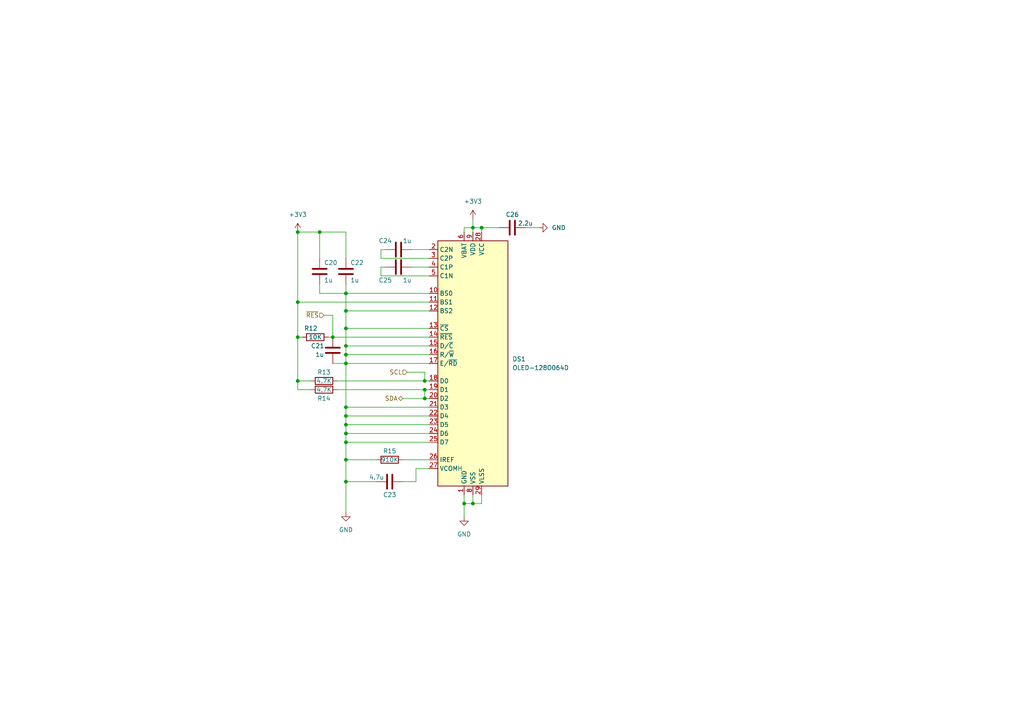
<source format=kicad_sch>
(kicad_sch (version 20211123) (generator eeschema)
  (paper "A4")
  (lib_symbols
    (symbol "Device:C" (pin_numbers hide) (pin_names (offset 0.254))
      (property "Reference" "C" (at 0.635 2.54 0))
      (property "Value" "C" (at 0.635 -2.54 0))
      (symbol "C_0_1"
        (polyline (pts (xy -2.032 -0.762) (xy 2.032 -0.762)) (stroke (width 0.508)))
        (polyline (pts (xy -2.032 0.762) (xy 2.032 0.762)) (stroke (width 0.508)))
      )
      (symbol "C_1_1"
        (pin passive line (at 0 3.81 270) (length 2.794) (name "~") (number "1"))
        (pin passive line (at 0 -3.81 90) (length 2.794) (name "~") (number "2"))
      )
    )
    (symbol "Device:R" (pin_numbers hide) (pin_names (offset 0))
      (property "Reference" "R" (at 2.032 0 90))
      (property "Value" "R" (at 0 0 90))
      (symbol "R_0_1"
        (rectangle (start -1.016 -2.54) (end 1.016 2.54) (stroke (width 0.254)))
      )
      (symbol "R_1_1"
        (pin passive line (at 0 3.81 270) (length 1.27) (name "~") (number "1"))
        (pin passive line (at 0 -3.81 90) (length 1.27) (name "~") (number "2"))
      )
    )
    (symbol "Display_Graphic:OLED-128O064D"
      (property "Reference" "DS" (at -10.16 38.1 0))
      (property "Value" "OLED-128O064D" (at 12.7 38.1 0))
      (symbol "OLED-128O064D_0_1"
        (rectangle (start -10.16 35.56) (end 10.16 -35.56) (stroke (width 0.254)) (fill (type background)))
      )
      (symbol "OLED-128O064D_1_1"
        (pin power_in line (at -2.54 -38.1 90) (length 2.54) (name "GND") (number "1"))
        (pin input line (at -12.7 20.32 0) (length 2.54) (name "BS0") (number "10"))
        (pin input line (at -12.7 17.78 0) (length 2.54) (name "BS1") (number "11"))
        (pin input line (at -12.7 15.24 0) (length 2.54) (name "BS2") (number "12"))
        (pin input line (at -12.7 10.16 0) (length 2.54) (name "~{CS}") (number "13"))
        (pin input line (at -12.7 7.62 0) (length 2.54) (name "~{RES}") (number "14"))
        (pin input line (at -12.7 5.08 0) (length 2.54) (name "D/~{C}") (number "15"))
        (pin input line (at -12.7 2.54 0) (length 2.54) (name "R/~{W}") (number "16"))
        (pin input line (at -12.7 0 0) (length 2.54) (name "E/~{RD}") (number "17"))
        (pin bidirectional line (at -12.7 -5.08 0) (length 2.54) (name "D0") (number "18"))
        (pin bidirectional line (at -12.7 -7.62 0) (length 2.54) (name "D1") (number "19"))
        (pin passive line (at -12.7 33.02 0) (length 2.54) (name "C2N") (number "2"))
        (pin bidirectional line (at -12.7 -10.16 0) (length 2.54) (name "D2") (number "20"))
        (pin bidirectional line (at -12.7 -12.7 0) (length 2.54) (name "D3") (number "21"))
        (pin bidirectional line (at -12.7 -15.24 0) (length 2.54) (name "D4") (number "22"))
        (pin bidirectional line (at -12.7 -17.78 0) (length 2.54) (name "D5") (number "23"))
        (pin bidirectional line (at -12.7 -20.32 0) (length 2.54) (name "D6") (number "24"))
        (pin bidirectional line (at -12.7 -22.86 0) (length 2.54) (name "D7") (number "25"))
        (pin passive line (at -12.7 -27.94 0) (length 2.54) (name "IREF") (number "26"))
        (pin passive line (at -12.7 -30.48 0) (length 2.54) (name "VCOMH") (number "27"))
        (pin power_in line (at 2.54 38.1 270) (length 2.54) (name "VCC") (number "28"))
        (pin power_in line (at 2.54 -38.1 90) (length 2.54) (name "VLSS") (number "29"))
        (pin passive line (at -12.7 30.48 0) (length 2.54) (name "C2P") (number "3"))
        (pin passive line (at -2.54 -38.1 90) (length 2.54) hide (name "GND") (number "30"))
        (pin passive line (at -12.7 27.94 0) (length 2.54) (name "C1P") (number "4"))
        (pin passive line (at -12.7 25.4 0) (length 2.54) (name "C1N") (number "5"))
        (pin power_in line (at -2.54 38.1 270) (length 2.54) (name "VBAT") (number "6"))
        (pin no_connect line (at 10.16 0 180) (length 2.54) hide (name "NC") (number "7"))
        (pin power_in line (at 0 -38.1 90) (length 2.54) (name "VSS") (number "8"))
        (pin power_in line (at 0 38.1 270) (length 2.54) (name "VDD") (number "9"))
      )
    )
    (symbol "power:+3V3" (power) (pin_names (offset 0))
      (property "Value" "+3V3" (at 0 3.556 0))
      (symbol "+3V3_0_1"
        (polyline (pts (xy -0.762 1.27) (xy 0 2.54)))
        (polyline (pts (xy 0 0) (xy 0 2.54)))
        (polyline (pts (xy 0 2.54) (xy 0.762 1.27)))
      )
      (symbol "+3V3_1_1"
        (pin power_in line (at 0 0 90) (length 0) hide (name "+3V3") (number "1"))
      )
    )
    (symbol "power:GND" (power) (pin_names (offset 0))
      (property "Value" "GND" (at 0 -3.81 0))
      (symbol "GND_0_1"
        (polyline (pts (xy 0 0) (xy 0 -1.27) (xy 1.27 -1.27) (xy 0 -2.54) (xy -1.27 -1.27) (xy 0 -1.27)))
      )
      (symbol "GND_1_1"
        (pin power_in line (at 0 0 270) (length 0) hide (name "GND") (number "1"))
      )
    )
  )
  (junction (at 100.33 95.25))
  (junction (at 100.33 100.33))
  (junction (at 96.52 97.79))
  (junction (at 86.36 110.49))
  (junction (at 137.16 146.05))
  (junction (at 100.33 102.87))
  (junction (at 100.33 85.09))
  (junction (at 100.33 90.17))
  (junction (at 100.33 133.35))
  (junction (at 134.62 146.05))
  (junction (at 123.19 113.03))
  (junction (at 100.33 125.73))
  (junction (at 100.33 128.27))
  (junction (at 86.36 67.31))
  (junction (at 139.7 66.04))
  (junction (at 100.33 120.65))
  (junction (at 137.16 66.04))
  (junction (at 100.33 105.41))
  (junction (at 86.36 97.79))
  (junction (at 100.33 139.7))
  (junction (at 92.71 67.31))
  (junction (at 100.33 118.11))
  (junction (at 123.19 115.57))
  (junction (at 123.19 110.49))
  (junction (at 86.36 87.63))
  (junction (at 100.33 123.19))
  (wire (pts (xy 100.33 118.11) (xy 100.33 105.41)))
  (wire (pts (xy 86.36 87.63) (xy 86.36 67.31)))
  (wire (pts (xy 124.46 105.41) (xy 100.33 105.41)))
  (wire (pts (xy 124.46 87.63) (xy 86.36 87.63)))
  (wire (pts (xy 124.46 118.11) (xy 100.33 118.11)))
  (wire (pts (xy 100.33 123.19) (xy 100.33 120.65)))
  (wire (pts (xy 93.98 91.44) (xy 96.52 91.44)))
  (wire (pts (xy 100.33 105.41) (xy 100.33 102.87)))
  (wire (pts (xy 92.71 67.31) (xy 92.71 74.93)))
  (wire (pts (xy 137.16 63.5) (xy 137.16 66.04)))
  (wire (pts (xy 97.79 113.03) (xy 123.19 113.03)))
  (wire (pts (xy 116.84 115.57) (xy 123.19 115.57)))
  (wire (pts (xy 90.17 110.49) (xy 86.36 110.49)))
  (wire (pts (xy 152.4 66.04) (xy 156.21 66.04)))
  (wire (pts (xy 139.7 67.31) (xy 139.7 66.04)))
  (wire (pts (xy 100.33 125.73) (xy 100.33 123.19)))
  (wire (pts (xy 100.33 90.17) (xy 100.33 85.09)))
  (wire (pts (xy 95.25 97.79) (xy 96.52 97.79)))
  (wire (pts (xy 119.38 77.47) (xy 124.46 77.47)))
  (wire (pts (xy 109.22 133.35) (xy 100.33 133.35)))
  (wire (pts (xy 110.49 74.93) (xy 124.46 74.93)))
  (wire (pts (xy 100.33 139.7) (xy 100.33 148.59)))
  (wire (pts (xy 124.46 110.49) (xy 123.19 110.49)))
  (wire (pts (xy 90.17 113.03) (xy 86.36 113.03)))
  (wire (pts (xy 100.33 85.09) (xy 124.46 85.09)))
  (wire (pts (xy 100.33 133.35) (xy 100.33 128.27)))
  (wire (pts (xy 123.19 107.95) (xy 123.19 110.49)))
  (wire (pts (xy 92.71 85.09) (xy 100.33 85.09)))
  (wire (pts (xy 100.33 128.27) (xy 100.33 125.73)))
  (wire (pts (xy 124.46 95.25) (xy 100.33 95.25)))
  (wire (pts (xy 100.33 95.25) (xy 100.33 90.17)))
  (wire (pts (xy 100.33 125.73) (xy 124.46 125.73)))
  (wire (pts (xy 124.46 128.27) (xy 100.33 128.27)))
  (wire (pts (xy 123.19 113.03) (xy 124.46 113.03)))
  (wire (pts (xy 92.71 67.31) (xy 100.33 67.31)))
  (wire (pts (xy 124.46 120.65) (xy 100.33 120.65)))
  (wire (pts (xy 86.36 97.79) (xy 86.36 87.63)))
  (wire (pts (xy 124.46 102.87) (xy 100.33 102.87)))
  (wire (pts (xy 119.38 72.39) (xy 124.46 72.39)))
  (wire (pts (xy 86.36 110.49) (xy 86.36 97.79)))
  (wire (pts (xy 100.33 67.31) (xy 100.33 74.93)))
  (wire (pts (xy 120.65 139.7) (xy 116.84 139.7)))
  (wire (pts (xy 123.19 110.49) (xy 97.79 110.49)))
  (wire (pts (xy 100.33 100.33) (xy 100.33 95.25)))
  (wire (pts (xy 139.7 66.04) (xy 144.78 66.04)))
  (wire (pts (xy 134.62 146.05) (xy 137.16 146.05)))
  (wire (pts (xy 120.65 135.89) (xy 120.65 139.7)))
  (wire (pts (xy 100.33 120.65) (xy 100.33 118.11)))
  (wire (pts (xy 137.16 146.05) (xy 139.7 146.05)))
  (wire (pts (xy 134.62 143.51) (xy 134.62 146.05)))
  (wire (pts (xy 92.71 82.55) (xy 92.71 85.09)))
  (wire (pts (xy 110.49 80.01) (xy 124.46 80.01)))
  (wire (pts (xy 100.33 123.19) (xy 124.46 123.19)))
  (wire (pts (xy 137.16 143.51) (xy 137.16 146.05)))
  (wire (pts (xy 116.84 133.35) (xy 124.46 133.35)))
  (wire (pts (xy 137.16 66.04) (xy 139.7 66.04)))
  (wire (pts (xy 100.33 102.87) (xy 100.33 100.33)))
  (wire (pts (xy 100.33 82.55) (xy 100.33 85.09)))
  (wire (pts (xy 139.7 146.05) (xy 139.7 143.51)))
  (wire (pts (xy 111.76 72.39) (xy 110.49 72.39)))
  (wire (pts (xy 134.62 66.04) (xy 137.16 66.04)))
  (wire (pts (xy 124.46 90.17) (xy 100.33 90.17)))
  (wire (pts (xy 124.46 135.89) (xy 120.65 135.89)))
  (wire (pts (xy 86.36 97.79) (xy 87.63 97.79)))
  (wire (pts (xy 123.19 115.57) (xy 123.19 113.03)))
  (wire (pts (xy 111.76 77.47) (xy 110.49 77.47)))
  (wire (pts (xy 118.11 107.95) (xy 123.19 107.95)))
  (wire (pts (xy 124.46 100.33) (xy 100.33 100.33)))
  (wire (pts (xy 86.36 67.31) (xy 92.71 67.31)))
  (wire (pts (xy 134.62 67.31) (xy 134.62 66.04)))
  (wire (pts (xy 124.46 115.57) (xy 123.19 115.57)))
  (wire (pts (xy 134.62 146.05) (xy 134.62 149.86)))
  (wire (pts (xy 96.52 97.79) (xy 124.46 97.79)))
  (wire (pts (xy 96.52 91.44) (xy 96.52 97.79)))
  (wire (pts (xy 110.49 77.47) (xy 110.49 80.01)))
  (wire (pts (xy 137.16 66.04) (xy 137.16 67.31)))
  (wire (pts (xy 96.52 105.41) (xy 100.33 105.41)))
  (wire (pts (xy 110.49 72.39) (xy 110.49 74.93)))
  (wire (pts (xy 100.33 133.35) (xy 100.33 139.7)))
  (wire (pts (xy 100.33 139.7) (xy 109.22 139.7)))
  (wire (pts (xy 86.36 113.03) (xy 86.36 110.49)))
  (hierarchical_label "SDA" (shape bidirectional) (at 116.84 115.57 180))
  (hierarchical_label "SCL" (shape input) (at 118.11 107.95 180))
  (hierarchical_label "~{RES}" (shape input) (at 93.98 91.44 180))
  (symbol (lib_id "Device:R") (at 91.44 97.79 90) (unit 1)
    (property "Reference" "R12" (at 90.17 95.25 90))
    (property "Value" "10K" (at 91.44 97.79 90))
    (property "Footprint" "Resistor_SMD:R_0603_1608Metric" (effects hide))
  )
  (symbol (lib_id "Display_Graphic:OLED-128O064D") (at 137.16 105.41 0) (unit 1)
    (property "Reference" "DS1" (at 148.59 104.1399 0) (effects (justify left)))
    (property "Value" "OLED-128O064D" (at 148.59 106.6799 0) (effects (justify left)))
    (property "Footprint" "NEW_Library:OLED" (effects hide))
    (property "Datasheet" "https://www.vishay.com/docs/37902/oled128o064dbpp3n00000.pdf" (effects hide))
  )
  (symbol (lib_id "power:GND") (at 134.62 149.86 0) (unit 1)
    (property "Reference" "#PWR064" (effects hide))
    (property "Value" "GND" (at 134.62 154.94 0))
  )
  (symbol (lib_id "Device:R") (at 93.98 110.49 90) (unit 1)
    (property "Reference" "R13" (at 93.98 107.95 90))
    (property "Value" "4.7K" (at 93.98 110.49 90))
    (property "Footprint" "Resistor_SMD:R_0603_1608Metric" (effects hide))
  )
  (symbol (lib_id "power:GND") (at 100.33 148.59 0) (unit 1)
    (property "Reference" "#PWR063" (effects hide))
    (property "Value" "GND" (at 100.33 153.67 0))
  )
  (symbol (lib_id "Device:C") (at 115.57 72.39 270) (unit 1)
    (property "Reference" "C24" (at 111.76 69.85 90))
    (property "Value" "1u" (at 118.11 69.85 90))
    (property "Footprint" "Capacitor_SMD:C_0603_1608Metric" (effects hide))
  )
  (symbol (lib_id "Device:R") (at 113.03 133.35 90) (unit 1)
    (property "Reference" "R15" (at 113.03 130.81 90))
    (property "Value" "910K" (at 113.03 133.35 90))
    (property "Footprint" "Resistor_SMD:R_0603_1608Metric" (effects hide))
  )
  (symbol (lib_id "Device:C") (at 113.03 139.7 90) (unit 1)
    (property "Reference" "C23" (at 113.03 143.51 90))
    (property "Value" "4.7u" (at 109.22 138.43 90))
    (property "Footprint" "Capacitor_SMD:C_0603_1608Metric" (effects hide))
  )
  (symbol (lib_id "Device:R") (at 93.98 113.03 90) (unit 1)
    (property "Reference" "R14" (at 93.98 115.57 90))
    (property "Value" "4.7K" (at 93.98 113.03 90))
    (property "Footprint" "Resistor_SMD:R_0603_1608Metric" (effects hide))
  )
  (symbol (lib_id "power:GND") (at 156.21 66.04 90) (unit 1)
    (property "Reference" "#PWR066" (effects hide))
    (property "Value" "GND" (at 160.02 66.0399 90) (effects (justify right)))
  )
  (symbol (lib_id "power:+3V3") (at 86.36 67.31 0) (unit 1)
    (property "Reference" "#PWR062" (effects hide))
    (property "Value" "+3V3" (at 86.36 62.23 0))
  )
  (symbol (lib_id "Device:C") (at 96.52 101.6 0) (unit 1)
    (property "Reference" "C21" (at 90.17 100.33 0) (effects (justify left)))
    (property "Value" "1u" (at 91.44 102.87 0) (effects (justify left)))
    (property "Footprint" "Capacitor_SMD:C_0603_1608Metric" (effects hide))
  )
  (symbol (lib_id "Device:C") (at 100.33 78.74 0) (unit 1)
    (property "Reference" "C22" (at 101.6 76.2 0) (effects (justify left)))
    (property "Value" "1u" (at 101.6 81.28 0) (effects (justify left)))
    (property "Footprint" "Capacitor_SMD:C_0603_1608Metric" (effects hide))
  )
  (symbol (lib_id "Device:C") (at 148.59 66.04 270) (unit 1)
    (property "Reference" "C26" (at 148.59 62.23 90))
    (property "Value" "2.2u" (at 152.4 64.77 90))
    (property "Footprint" "Capacitor_SMD:C_0603_1608Metric" (effects hide))
  )
  (symbol (lib_id "power:+3V3") (at 137.16 63.5 0) (unit 1)
    (property "Reference" "#PWR065" (effects hide))
    (property "Value" "+3V3" (at 137.16 58.42 0))
  )
  (symbol (lib_id "Device:C") (at 115.57 77.47 270) (unit 1)
    (property "Reference" "C25" (at 111.76 81.28 90))
    (property "Value" "1u" (at 118.11 81.28 90))
    (property "Footprint" "Capacitor_SMD:C_0603_1608Metric" (effects hide))
  )
  (symbol (lib_id "Device:C") (at 92.71 78.74 0) (unit 1)
    (property "Reference" "C20" (at 93.98 76.2 0) (effects (justify left)))
    (property "Value" "1u" (at 93.98 81.28 0) (effects (justify left)))
    (property "Footprint" "Capacitor_SMD:C_0603_1608Metric" (effects hide))
  )
)
</source>
